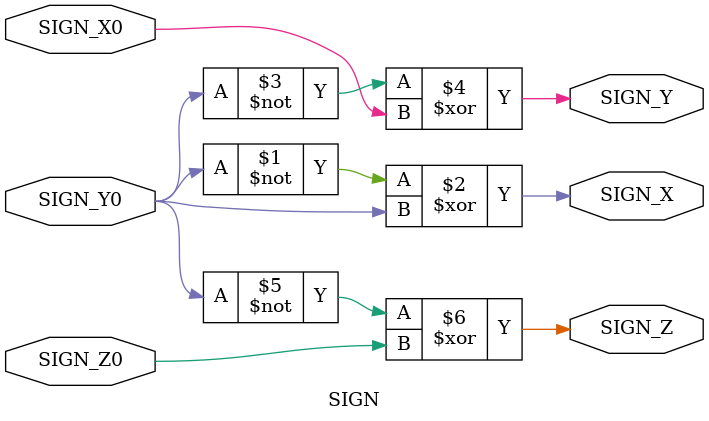
<source format=v>
`timescale 1ns / 1ps


module SIGN(
    input wire SIGN_X0,
    input wire SIGN_Y0,
    input wire SIGN_Z0,
    output wire SIGN_X,
    output wire SIGN_Y,
    output wire SIGN_Z
    );
    
    
    assign SIGN_X = ~SIGN_Y0 ^ SIGN_Y0; //SUMA DE ENTRADAS
    assign SIGN_Y = ~SIGN_Y0 ^ SIGN_X0; //SUMA DE ENTRADAS
    assign SIGN_Z = ~SIGN_Y0 ^ SIGN_Z0; //SUMA DE ENTRADAS
    
endmodule

</source>
